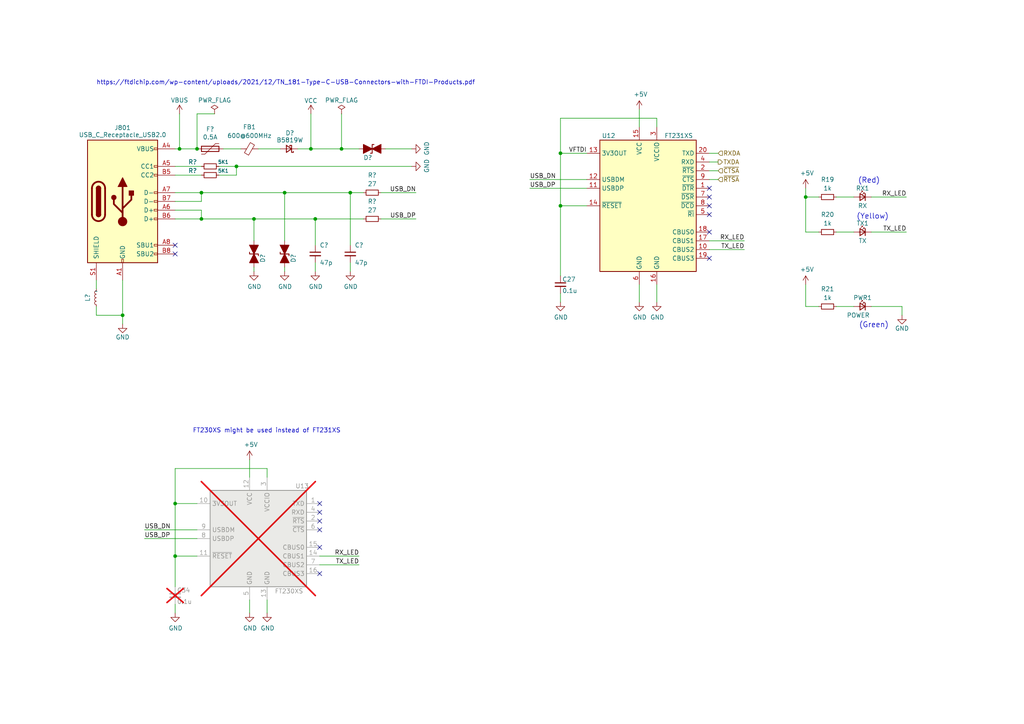
<source format=kicad_sch>
(kicad_sch (version 20230121) (generator eeschema)
  (paper "A4")
  (lib_symbols
    (symbol "+5V_1" (power) (pin_names (offset 0))
      (property "Value" "+5V_1" (at 0 3.556 0))
      (symbol "+5V_1_0_1"
        (polyline (pts (xy -0.762 1.27) (xy 0 2.54)))
        (polyline (pts (xy 0 0) (xy 0 2.54)))
        (polyline (pts (xy 0 2.54) (xy 0.762 1.27)))
      )
      (symbol "+5V_1_1_1"
        (pin power_in line (at 0 0 90) (length 0) hide (name "+5V") (number "1"))
      )
    )
    (symbol "Connector:USB_C_Receptacle_USB2.0" (pin_names (offset 1.016))
      (property "Reference" "J" (at -10.16 19.05 0))
      (property "Value" "USB_C_Receptacle_USB2.0" (at 19.05 19.05 0))
      (symbol "USB_C_Receptacle_USB2.0_0_0"
        (rectangle (start -0.254 -17.78) (end 0.254 -16.764))
        (rectangle (start 10.16 -14.986) (end 9.144 -15.494))
        (rectangle (start 10.16 -12.446) (end 9.144 -12.954))
        (rectangle (start 10.16 -4.826) (end 9.144 -5.334))
        (rectangle (start 10.16 -2.286) (end 9.144 -2.794))
        (rectangle (start 10.16 0.254) (end 9.144 -0.254))
        (rectangle (start 10.16 2.794) (end 9.144 2.286))
        (rectangle (start 10.16 7.874) (end 9.144 7.366))
        (rectangle (start 10.16 10.414) (end 9.144 9.906))
        (rectangle (start 10.16 15.494) (end 9.144 14.986))
      )
      (symbol "USB_C_Receptacle_USB2.0_0_1"
        (rectangle (start -10.16 17.78) (end 10.16 -17.78) (stroke (width 0.254)) (fill (type background)))
        (arc (start -8.89 -3.81) (mid -6.985 -5.7067) (end -5.08 -3.81) (stroke (width 0.508)))
        (arc (start -7.62 -3.81) (mid -6.985 -4.4423) (end -6.35 -3.81) (stroke (width 0.254)))
        (arc (start -7.62 -3.81) (mid -6.985 -4.4423) (end -6.35 -3.81) (stroke (width 0.254)) (fill (type outline)))
        (rectangle (start -7.62 -3.81) (end -6.35 3.81) (stroke (width 0.254)) (fill (type outline)))
        (arc (start -6.35 3.81) (mid -6.985 4.4423) (end -7.62 3.81) (stroke (width 0.254)))
        (arc (start -6.35 3.81) (mid -6.985 4.4423) (end -7.62 3.81) (stroke (width 0.254)) (fill (type outline)))
        (arc (start -5.08 3.81) (mid -6.985 5.7067) (end -8.89 3.81) (stroke (width 0.508)))
        (circle (center -2.54 1.143) (radius 0.635) (stroke (width 0.254)) (fill (type outline)))
        (circle (center 0 -5.842) (radius 1.27) (fill (type outline)))
        (polyline (pts (xy -8.89 -3.81) (xy -8.89 3.81)) (stroke (width 0.508)))
        (polyline (pts (xy -5.08 3.81) (xy -5.08 -3.81)) (stroke (width 0.508)))
        (polyline (pts (xy 0 -5.842) (xy 0 4.318)) (stroke (width 0.508)))
        (polyline (pts (xy 0 -3.302) (xy -2.54 -0.762) (xy -2.54 0.508)) (stroke (width 0.508)))
        (polyline (pts (xy 0 -2.032) (xy 2.54 0.508) (xy 2.54 1.778)) (stroke (width 0.508)))
        (polyline (pts (xy -1.27 4.318) (xy 0 6.858) (xy 1.27 4.318) (xy -1.27 4.318)) (stroke (width 0.254)) (fill (type outline)))
        (rectangle (start 1.905 1.778) (end 3.175 3.048) (stroke (width 0.254)) (fill (type outline)))
      )
      (symbol "USB_C_Receptacle_USB2.0_1_1"
        (pin passive line (at 0 -22.86 90) (length 5.08) (name "GND") (number "A1"))
        (pin passive line (at 0 -22.86 90) (length 5.08) hide (name "GND") (number "A12"))
        (pin passive line (at 15.24 15.24 180) (length 5.08) (name "VBUS") (number "A4"))
        (pin bidirectional line (at 15.24 10.16 180) (length 5.08) (name "CC1") (number "A5"))
        (pin bidirectional line (at 15.24 -2.54 180) (length 5.08) (name "D+") (number "A6"))
        (pin bidirectional line (at 15.24 2.54 180) (length 5.08) (name "D-") (number "A7"))
        (pin bidirectional line (at 15.24 -12.7 180) (length 5.08) (name "SBU1") (number "A8"))
        (pin passive line (at 15.24 15.24 180) (length 5.08) hide (name "VBUS") (number "A9"))
        (pin passive line (at 0 -22.86 90) (length 5.08) hide (name "GND") (number "B1"))
        (pin passive line (at 0 -22.86 90) (length 5.08) hide (name "GND") (number "B12"))
        (pin passive line (at 15.24 15.24 180) (length 5.08) hide (name "VBUS") (number "B4"))
        (pin bidirectional line (at 15.24 7.62 180) (length 5.08) (name "CC2") (number "B5"))
        (pin bidirectional line (at 15.24 -5.08 180) (length 5.08) (name "D+") (number "B6"))
        (pin bidirectional line (at 15.24 0 180) (length 5.08) (name "D-") (number "B7"))
        (pin bidirectional line (at 15.24 -15.24 180) (length 5.08) (name "SBU2") (number "B8"))
        (pin passive line (at 15.24 15.24 180) (length 5.08) hide (name "VBUS") (number "B9"))
        (pin passive line (at -7.62 -22.86 90) (length 5.08) (name "SHIELD") (number "S1"))
      )
    )
    (symbol "Device:C_Small" (pin_numbers hide) (pin_names (offset 0.254) hide)
      (property "Reference" "C" (at 0.254 1.778 0))
      (property "Value" "C_Small" (at 0.254 -2.032 0))
      (symbol "C_Small_0_1"
        (polyline (pts (xy -1.524 -0.508) (xy 1.524 -0.508)) (stroke (width 0.3302)))
        (polyline (pts (xy -1.524 0.508) (xy 1.524 0.508)) (stroke (width 0.3048)))
      )
      (symbol "C_Small_1_1"
        (pin passive line (at 0 2.54 270) (length 2.032) (name "~") (number "1"))
        (pin passive line (at 0 -2.54 90) (length 2.032) (name "~") (number "2"))
      )
    )
    (symbol "Device:D_Schottky_Small" (pin_numbers hide) (pin_names (offset 0.254) hide)
      (property "Reference" "D" (at -1.27 2.032 0))
      (property "Value" "D_Schottky_Small" (at -7.112 -2.032 0))
      (symbol "D_Schottky_Small_0_1"
        (polyline (pts (xy -0.762 0) (xy 0.762 0)))
        (polyline (pts (xy 0.762 -1.016) (xy -0.762 0) (xy 0.762 1.016) (xy 0.762 -1.016)) (stroke (width 0.254)))
        (polyline (pts (xy -1.27 0.762) (xy -1.27 1.016) (xy -0.762 1.016) (xy -0.762 -1.016) (xy -0.254 -1.016) (xy -0.254 -0.762)) (stroke (width 0.254)))
      )
      (symbol "D_Schottky_Small_1_1"
        (pin passive line (at -2.54 0 0) (length 1.778) (name "K") (number "1"))
        (pin passive line (at 2.54 0 180) (length 1.778) (name "A") (number "2"))
      )
    )
    (symbol "Device:D_TVS_Filled" (pin_numbers hide) (pin_names (offset 1.016) hide)
      (property "Reference" "D" (at 0 2.54 0))
      (property "Value" "D_TVS_Filled" (at 0 -2.54 0))
      (symbol "D_TVS_Filled_0_1"
        (polyline (pts (xy 1.27 0) (xy -1.27 0)))
        (polyline (pts (xy -2.54 -1.27) (xy 0 0) (xy -2.54 1.27) (xy -2.54 -1.27)) (stroke (width 0.254)) (fill (type outline)))
        (polyline (pts (xy 0.508 1.27) (xy 0 1.27) (xy 0 -1.27) (xy -0.508 -1.27)) (stroke (width 0.254)))
        (polyline (pts (xy 2.54 1.27) (xy 2.54 -1.27) (xy 0 0) (xy 2.54 1.27)) (stroke (width 0.254)) (fill (type outline)))
      )
      (symbol "D_TVS_Filled_1_1"
        (pin passive line (at -3.81 0 0) (length 2.54) (name "A1") (number "1"))
        (pin passive line (at 3.81 0 180) (length 2.54) (name "A2") (number "2"))
      )
    )
    (symbol "Device:FerriteBead_Small" (pin_numbers hide) (pin_names (offset 0))
      (property "Reference" "FB" (at 1.905 1.27 0))
      (property "Value" "FerriteBead_Small" (at 1.905 -1.27 0))
      (symbol "FerriteBead_Small_0_1"
        (polyline (pts (xy 0 -1.27) (xy 0 -0.7874)))
        (polyline (pts (xy 0 0.889) (xy 0 1.2954)))
        (polyline (pts (xy -1.8288 0.2794) (xy -1.1176 1.4986) (xy 1.8288 -0.2032) (xy 1.1176 -1.4224) (xy -1.8288 0.2794)))
      )
      (symbol "FerriteBead_Small_1_1"
        (pin passive line (at 0 2.54 270) (length 1.27) (name "~") (number "1"))
        (pin passive line (at 0 -2.54 90) (length 1.27) (name "~") (number "2"))
      )
    )
    (symbol "Device:LED_Small" (pin_numbers hide) (pin_names (offset 0.254) hide)
      (property "Reference" "D" (at -1.27 3.175 0))
      (property "Value" "LED_Small" (at -4.445 -2.54 0))
      (symbol "LED_Small_0_1"
        (polyline (pts (xy -0.762 -1.016) (xy -0.762 1.016)) (stroke (width 0.254)))
        (polyline (pts (xy 1.016 0) (xy -0.762 0)))
        (polyline (pts (xy 0.762 -1.016) (xy -0.762 0) (xy 0.762 1.016) (xy 0.762 -1.016)) (stroke (width 0.254)))
        (polyline (pts (xy 0 0.762) (xy -0.508 1.27) (xy -0.254 1.27) (xy -0.508 1.27) (xy -0.508 1.016)))
        (polyline (pts (xy 0.508 1.27) (xy 0 1.778) (xy 0.254 1.778) (xy 0 1.778) (xy 0 1.524)))
      )
      (symbol "LED_Small_1_1"
        (pin passive line (at -2.54 0 0) (length 1.778) (name "K") (number "1"))
        (pin passive line (at 2.54 0 180) (length 1.778) (name "A") (number "2"))
      )
    )
    (symbol "Device:L_Small" (pin_numbers hide) (pin_names (offset 0.254) hide)
      (property "Reference" "L" (at 0.762 1.016 0))
      (property "Value" "L_Small" (at 0.762 -1.016 0))
      (symbol "L_Small_0_1"
        (arc (start 0 -2.032) (mid 0.5058 -1.524) (end 0 -1.016))
        (arc (start 0 -1.016) (mid 0.5058 -0.508) (end 0 0))
        (arc (start 0 0) (mid 0.5058 0.508) (end 0 1.016))
        (arc (start 0 1.016) (mid 0.5058 1.524) (end 0 2.032))
      )
      (symbol "L_Small_1_1"
        (pin passive line (at 0 2.54 270) (length 0.508) (name "~") (number "1"))
        (pin passive line (at 0 -2.54 90) (length 0.508) (name "~") (number "2"))
      )
    )
    (symbol "Device:Polyfuse" (pin_numbers hide) (pin_names (offset 0))
      (property "Reference" "F" (at -2.54 0 90))
      (property "Value" "Polyfuse" (at 2.54 0 90))
      (symbol "Polyfuse_0_1"
        (rectangle (start -0.762 2.54) (end 0.762 -2.54) (stroke (width 0.254)))
        (polyline (pts (xy 0 2.54) (xy 0 -2.54)))
        (polyline (pts (xy -1.524 2.54) (xy -1.524 1.524) (xy 1.524 -1.524) (xy 1.524 -2.54)))
      )
      (symbol "Polyfuse_1_1"
        (pin passive line (at 0 3.81 270) (length 1.27) (name "~") (number "1"))
        (pin passive line (at 0 -3.81 90) (length 1.27) (name "~") (number "2"))
      )
    )
    (symbol "Device:R_Small" (pin_numbers hide) (pin_names (offset 0.254) hide)
      (property "Reference" "R" (at 0.762 0.508 0))
      (property "Value" "R_Small" (at 0.762 -1.016 0))
      (symbol "R_Small_0_1"
        (rectangle (start -0.762 1.778) (end 0.762 -1.778) (stroke (width 0.2032)))
      )
      (symbol "R_Small_1_1"
        (pin passive line (at 0 2.54 270) (length 0.762) (name "~") (number "1"))
        (pin passive line (at 0 -2.54 90) (length 0.762) (name "~") (number "2"))
      )
    )
    (symbol "Interface_USB:FT230XS"
      (property "Reference" "U" (at -13.97 15.24 0))
      (property "Value" "FT230XS" (at 7.62 15.24 0))
      (symbol "FT230XS_0_1"
        (rectangle (start -13.97 13.97) (end 13.97 -13.97) (stroke (width 0.254)) (fill (type background)))
      )
      (symbol "FT230XS_1_1"
        (pin output line (at 17.78 10.16 180) (length 3.81) (name "TXD") (number "1"))
        (pin power_out line (at -17.78 10.16 0) (length 3.81) (name "3V3OUT") (number "10"))
        (pin input line (at -17.78 -5.08 0) (length 3.81) (name "~{RESET}") (number "11"))
        (pin power_in line (at -2.54 17.78 270) (length 3.81) (name "VCC") (number "12"))
        (pin power_in line (at 2.54 -17.78 90) (length 3.81) (name "GND") (number "13"))
        (pin bidirectional line (at 17.78 -5.08 180) (length 3.81) (name "CBUS1") (number "14"))
        (pin bidirectional line (at 17.78 -2.54 180) (length 3.81) (name "CBUS0") (number "15"))
        (pin bidirectional line (at 17.78 -10.16 180) (length 3.81) (name "CBUS3") (number "16"))
        (pin output line (at 17.78 5.08 180) (length 3.81) (name "~{RTS}") (number "2"))
        (pin power_in line (at 2.54 17.78 270) (length 3.81) (name "VCCIO") (number "3"))
        (pin input line (at 17.78 7.62 180) (length 3.81) (name "RXD") (number "4"))
        (pin power_in line (at -2.54 -17.78 90) (length 3.81) (name "GND") (number "5"))
        (pin input line (at 17.78 2.54 180) (length 3.81) (name "~{CTS}") (number "6"))
        (pin bidirectional line (at 17.78 -7.62 180) (length 3.81) (name "CBUS2") (number "7"))
        (pin bidirectional line (at -17.78 0 0) (length 3.81) (name "USBDP") (number "8"))
        (pin bidirectional line (at -17.78 2.54 0) (length 3.81) (name "USBDM") (number "9"))
      )
    )
    (symbol "Interface_USB:FT231XS"
      (property "Reference" "U" (at -13.97 20.32 0))
      (property "Value" "FT231XS" (at 7.62 20.32 0))
      (symbol "FT231XS_0_1"
        (rectangle (start -13.97 19.05) (end 13.97 -19.05) (stroke (width 0.254)) (fill (type background)))
      )
      (symbol "FT231XS_1_1"
        (pin output line (at 17.78 5.08 180) (length 3.81) (name "~{DTR}") (number "1"))
        (pin bidirectional line (at 17.78 -12.7 180) (length 3.81) (name "CBUS2") (number "10"))
        (pin bidirectional line (at -17.78 5.08 0) (length 3.81) (name "USBDP") (number "11"))
        (pin bidirectional line (at -17.78 7.62 0) (length 3.81) (name "USBDM") (number "12"))
        (pin power_out line (at -17.78 15.24 0) (length 3.81) (name "3V3OUT") (number "13"))
        (pin input line (at -17.78 0 0) (length 3.81) (name "~{RESET}") (number "14"))
        (pin power_in line (at -2.54 22.86 270) (length 3.81) (name "VCC") (number "15"))
        (pin power_in line (at 2.54 -22.86 90) (length 3.81) (name "GND") (number "16"))
        (pin bidirectional line (at 17.78 -10.16 180) (length 3.81) (name "CBUS1") (number "17"))
        (pin bidirectional line (at 17.78 -7.62 180) (length 3.81) (name "CBUS0") (number "18"))
        (pin bidirectional line (at 17.78 -15.24 180) (length 3.81) (name "CBUS3") (number "19"))
        (pin output line (at 17.78 10.16 180) (length 3.81) (name "~{RTS}") (number "2"))
        (pin output line (at 17.78 15.24 180) (length 3.81) (name "TXD") (number "20"))
        (pin power_in line (at 2.54 22.86 270) (length 3.81) (name "VCCIO") (number "3"))
        (pin input line (at 17.78 12.7 180) (length 3.81) (name "RXD") (number "4"))
        (pin input line (at 17.78 -2.54 180) (length 3.81) (name "~{RI}") (number "5"))
        (pin power_in line (at -2.54 -22.86 90) (length 3.81) (name "GND") (number "6"))
        (pin input line (at 17.78 2.54 180) (length 3.81) (name "~{DSR}") (number "7"))
        (pin input line (at 17.78 0 180) (length 3.81) (name "~{DCD}") (number "8"))
        (pin input line (at 17.78 7.62 180) (length 3.81) (name "~{CTS}") (number "9"))
      )
    )
    (symbol "power:GND" (power) (pin_names (offset 0))
      (property "Value" "GND" (at 0 -3.81 0))
      (symbol "GND_0_1"
        (polyline (pts (xy 0 0) (xy 0 -1.27) (xy 1.27 -1.27) (xy 0 -2.54) (xy -1.27 -1.27) (xy 0 -1.27)))
      )
      (symbol "GND_1_1"
        (pin power_in line (at 0 0 270) (length 0) hide (name "GND") (number "1"))
      )
    )
    (symbol "power:PWR_FLAG" (power) (pin_numbers hide) (pin_names (offset 0) hide)
      (property "Value" "PWR_FLAG" (at 0 3.81 0))
      (symbol "PWR_FLAG_0_0"
        (pin power_out line (at 0 0 90) (length 0) (name "pwr") (number "1"))
      )
      (symbol "PWR_FLAG_0_1"
        (polyline (pts (xy 0 0) (xy 0 1.27) (xy -1.016 1.905) (xy 0 2.54) (xy 1.016 1.905) (xy 0 1.27)))
      )
    )
    (symbol "power:VBUS" (power) (pin_names (offset 0))
      (property "Value" "VBUS" (at 0 3.81 0))
      (symbol "VBUS_0_1"
        (polyline (pts (xy -0.762 1.27) (xy 0 2.54)))
        (polyline (pts (xy 0 0) (xy 0 2.54)))
        (polyline (pts (xy 0 2.54) (xy 0.762 1.27)))
      )
      (symbol "VBUS_1_1"
        (pin power_in line (at 0 0 90) (length 0) hide (name "VBUS") (number "1"))
      )
    )
    (symbol "power:VCC" (power) (pin_names (offset 0))
      (property "Value" "VCC" (at 0 3.81 0))
      (symbol "VCC_0_1"
        (polyline (pts (xy -0.762 1.27) (xy 0 2.54)))
        (polyline (pts (xy 0 0) (xy 0 2.54)))
        (polyline (pts (xy 0 2.54) (xy 0.762 1.27)))
      )
      (symbol "VCC_1_1"
        (pin power_in line (at 0 0 90) (length 0) hide (name "VCC") (number "1"))
      )
    )
  )
  (junction (at 162.56 44.45))
  (junction (at 58.42 55.88))
  (junction (at 58.42 63.5))
  (junction (at 50.8 161.29))
  (junction (at 73.66 63.5))
  (junction (at 101.6 55.88))
  (junction (at 90.17 43.18))
  (junction (at 50.8 146.05))
  (junction (at 82.55 55.88))
  (junction (at 162.56 59.69))
  (junction (at 52.07 43.18))
  (junction (at 68.58 48.26))
  (junction (at 233.68 57.15))
  (junction (at 35.56 91.44))
  (junction (at 57.15 43.18))
  (junction (at 99.06 43.18))
  (junction (at 91.44 63.5))
  (no_connect (at 205.74 62.23))
  (no_connect (at 205.74 54.61))
  (no_connect (at 205.74 74.93))
  (no_connect (at 92.71 146.05))
  (no_connect (at 92.71 148.59))
  (no_connect (at 50.8 73.66))
  (no_connect (at 205.74 59.69))
  (no_connect (at 205.74 67.31))
  (no_connect (at 92.71 153.67))
  (no_connect (at 92.71 151.13))
  (no_connect (at 92.71 158.75))
  (no_connect (at 92.71 166.37))
  (no_connect (at 50.8 71.12))
  (no_connect (at 205.74 57.15))
  (wire (pts (xy 215.9 69.85) (xy 205.74 69.85)))
  (wire (pts (xy 215.9 72.39) (xy 205.74 72.39)))
  (wire (pts (xy 242.57 57.15) (xy 247.65 57.15)))
  (wire (pts (xy 205.74 46.99) (xy 208.28 46.99)))
  (wire (pts (xy 82.55 55.88) (xy 82.55 69.85)))
  (wire (pts (xy 82.55 55.88) (xy 101.6 55.88)))
  (wire (pts (xy 252.73 88.9) (xy 261.62 88.9)))
  (wire (pts (xy 205.74 52.07) (xy 208.28 52.07)))
  (wire (pts (xy 52.07 43.18) (xy 57.15 43.18)))
  (wire (pts (xy 82.55 77.47) (xy 82.55 78.74)))
  (wire (pts (xy 27.94 81.28) (xy 27.94 83.82)))
  (wire (pts (xy 57.15 33.02) (xy 62.23 33.02)))
  (wire (pts (xy 50.8 60.96) (xy 58.42 60.96)))
  (wire (pts (xy 27.94 88.9) (xy 27.94 91.44)))
  (wire (pts (xy 50.8 63.5) (xy 58.42 63.5)))
  (wire (pts (xy 162.56 59.69) (xy 162.56 80.01)))
  (wire (pts (xy 162.56 44.45) (xy 162.56 59.69)))
  (wire (pts (xy 233.68 57.15) (xy 233.68 67.31)))
  (wire (pts (xy 50.8 146.05) (xy 50.8 161.29)))
  (wire (pts (xy 50.8 161.29) (xy 57.15 161.29)))
  (wire (pts (xy 162.56 59.69) (xy 170.18 59.69)))
  (wire (pts (xy 101.6 55.88) (xy 101.6 71.12)))
  (wire (pts (xy 233.68 67.31) (xy 237.49 67.31)))
  (wire (pts (xy 92.71 163.83) (xy 104.14 163.83)))
  (wire (pts (xy 190.5 36.83) (xy 190.5 34.29)))
  (wire (pts (xy 91.44 76.2) (xy 91.44 78.74)))
  (wire (pts (xy 50.8 135.89) (xy 77.47 135.89)))
  (wire (pts (xy 72.39 133.35) (xy 72.39 138.43)))
  (wire (pts (xy 50.8 43.18) (xy 52.07 43.18)))
  (wire (pts (xy 27.94 91.44) (xy 35.56 91.44)))
  (wire (pts (xy 205.74 44.45) (xy 208.28 44.45)))
  (wire (pts (xy 72.39 173.99) (xy 72.39 177.8)))
  (wire (pts (xy 73.66 77.47) (xy 73.66 78.74)))
  (wire (pts (xy 68.58 48.26) (xy 68.58 50.8)))
  (wire (pts (xy 162.56 34.29) (xy 162.56 44.45)))
  (wire (pts (xy 92.71 161.29) (xy 104.14 161.29)))
  (wire (pts (xy 58.42 55.88) (xy 58.42 58.42)))
  (wire (pts (xy 91.44 63.5) (xy 91.44 71.12)))
  (wire (pts (xy 153.67 54.61) (xy 170.18 54.61)))
  (wire (pts (xy 52.07 33.02) (xy 52.07 43.18)))
  (wire (pts (xy 153.67 52.07) (xy 170.18 52.07)))
  (wire (pts (xy 73.66 63.5) (xy 73.66 69.85)))
  (wire (pts (xy 50.8 161.29) (xy 50.8 170.18)))
  (wire (pts (xy 74.93 43.18) (xy 81.28 43.18)))
  (wire (pts (xy 252.73 67.31) (xy 262.89 67.31)))
  (wire (pts (xy 185.42 36.83) (xy 185.42 31.75)))
  (wire (pts (xy 252.73 57.15) (xy 262.89 57.15)))
  (wire (pts (xy 50.8 135.89) (xy 50.8 146.05)))
  (wire (pts (xy 50.8 177.8) (xy 50.8 175.26)))
  (wire (pts (xy 233.68 82.55) (xy 233.68 88.9)))
  (wire (pts (xy 50.8 48.26) (xy 58.42 48.26)))
  (wire (pts (xy 90.17 43.18) (xy 99.06 43.18)))
  (wire (pts (xy 63.5 50.8) (xy 68.58 50.8)))
  (wire (pts (xy 185.42 82.55) (xy 185.42 87.63)))
  (wire (pts (xy 162.56 85.09) (xy 162.56 87.63)))
  (wire (pts (xy 58.42 58.42) (xy 50.8 58.42)))
  (wire (pts (xy 261.62 88.9) (xy 261.62 91.44)))
  (wire (pts (xy 35.56 81.28) (xy 35.56 91.44)))
  (wire (pts (xy 170.18 44.45) (xy 162.56 44.45)))
  (wire (pts (xy 41.91 153.67) (xy 57.15 153.67)))
  (wire (pts (xy 90.17 33.02) (xy 90.17 43.18)))
  (wire (pts (xy 63.5 48.26) (xy 68.58 48.26)))
  (wire (pts (xy 50.8 146.05) (xy 57.15 146.05)))
  (wire (pts (xy 68.58 48.26) (xy 119.38 48.26)))
  (wire (pts (xy 77.47 135.89) (xy 77.47 138.43)))
  (wire (pts (xy 91.44 63.5) (xy 105.41 63.5)))
  (wire (pts (xy 58.42 55.88) (xy 82.55 55.88)))
  (wire (pts (xy 101.6 55.88) (xy 105.41 55.88)))
  (wire (pts (xy 50.8 50.8) (xy 58.42 50.8)))
  (wire (pts (xy 205.74 49.53) (xy 208.28 49.53)))
  (wire (pts (xy 77.47 173.99) (xy 77.47 177.8)))
  (wire (pts (xy 35.56 93.98) (xy 35.56 91.44)))
  (wire (pts (xy 86.36 43.18) (xy 90.17 43.18)))
  (wire (pts (xy 101.6 76.2) (xy 101.6 78.74)))
  (wire (pts (xy 50.8 55.88) (xy 58.42 55.88)))
  (wire (pts (xy 233.68 57.15) (xy 237.49 57.15)))
  (wire (pts (xy 58.42 63.5) (xy 73.66 63.5)))
  (wire (pts (xy 41.91 156.21) (xy 57.15 156.21)))
  (wire (pts (xy 111.76 43.18) (xy 119.38 43.18)))
  (wire (pts (xy 99.06 33.02) (xy 99.06 43.18)))
  (wire (pts (xy 190.5 34.29) (xy 162.56 34.29)))
  (wire (pts (xy 57.15 43.18) (xy 57.15 33.02)))
  (wire (pts (xy 73.66 63.5) (xy 91.44 63.5)))
  (wire (pts (xy 110.49 63.5) (xy 120.65 63.5)))
  (wire (pts (xy 64.77 43.18) (xy 69.85 43.18)))
  (wire (pts (xy 58.42 60.96) (xy 58.42 63.5)))
  (wire (pts (xy 99.06 43.18) (xy 104.14 43.18)))
  (wire (pts (xy 190.5 82.55) (xy 190.5 87.63)))
  (wire (pts (xy 242.57 67.31) (xy 247.65 67.31)))
  (wire (pts (xy 233.68 88.9) (xy 237.49 88.9)))
  (wire (pts (xy 242.57 88.9) (xy 247.65 88.9)))
  (wire (pts (xy 110.49 55.88) (xy 120.65 55.88)))
  (wire (pts (xy 233.68 54.61) (xy 233.68 57.15)))
  (text "(Yellow)" (at 257.81 63.754 0) (effects (font (size 1.524 1.524)) (justify right bottom)))
  (text "FT230XS might be used instead of FT231XS" (at 55.88 125.73 0) (effects (font (size 1.27 1.27)) (justify left bottom)))
  (text "(Green)" (at 257.81 95.25 0) (effects (font (size 1.524 1.524)) (justify right bottom)))
  (text "(Red)" (at 255.27 53.34 0) (effects (font (size 1.524 1.524)) (justify right bottom)))
  (text "https://ftdichip.com/wp-content/uploads/2021/12/TN_181-Type-C-USB-Connectors-with-FTDI-Products.pdf" (at 27.94 24.765 0) (effects (font (size 1.27 1.27)) (justify left bottom)))
  (label "VFTDI" (at 170.18 44.45 180))
  (label "USB_DP" (at 120.65 63.5 180))
  (label "RX_LED" (at 262.89 57.15 180))
  (label "RX_LED" (at 104.14 161.29 180))
  (label "TX_LED" (at 104.14 163.83 180))
  (label "TX_LED" (at 215.9 72.39 180))
  (label "TX_LED" (at 262.89 67.31 180))
  (label "USB_DP" (at 41.91 156.21 0))
  (label "USB_DN" (at 120.65 55.88 180))
  (label "USB_DP" (at 153.67 54.61 0))
  (label "USB_DN" (at 153.67 52.07 0))
  (label "RX_LED" (at 215.9 69.85 180))
  (label "USB_DN" (at 41.91 153.67 0))
  (hierarchical_label "TXDA" (shape output) (at 208.28 46.99 0))
  (hierarchical_label "~{CTSA}" (shape input) (at 208.28 49.53 0))
  (hierarchical_label "RXDA" (shape input) (at 208.28 44.45 0))
  (hierarchical_label "~{RTSA}" (shape input) (at 208.28 52.07 0))
  (symbol (lib_id "power:PWR_FLAG") (at 62.23 33.02 0) (unit 1)
    (property "Reference" "#FLG0802" (effects hide))
    (property "Value" "PWR_FLAG" (at 62.23 29.075 0))
  )
  (symbol (lib_id "Device:D_TVS_Filled") (at 107.95 43.18 180) (unit 1)
    (property "Reference" "D?" (at 105.41 45.72 0) (effects (justify right)))
    (property "Value" "0402ESDA-05N" (effects hide))
    (property "Footprint" "Diode_SMD:D_0402_1005Metric" (effects hide))
    (property "Datasheet" "https://datasheet.lcsc.com/lcsc/2304140030_BORN-0402ESDA-05N_C316049.pdf" (effects hide))
    (instances (project "14-z80-flash" (path "" (reference "D?") (unit 1)) (path "" (reference "D804") (unit 1))))
  )
  (symbol (lib_id "Device:D_TVS_Filled") (at 73.66 73.66 270) (unit 1)
    (property "Reference" "D?" (at 76.2 76.2 0) (effects (justify right)))
    (property "Value" "0402ESDA-05N" (effects hide))
    (property "Footprint" "Diode_SMD:D_0402_1005Metric" (effects hide))
    (property "Datasheet" "https://datasheet.lcsc.com/lcsc/2304140030_BORN-0402ESDA-05N_C316049.pdf" (effects hide))
    (instances (project "14-z80-flash" (path "" (reference "D?") (unit 1)) (path "" (reference "D801") (unit 1))))
  )
  (symbol (lib_name "+5V_1") (lib_id "power:+5V") (at 72.39 133.35 0) (unit 1)
    (property "Reference" "#PWR0103" (effects hide))
    (property "Value" "+5V" (at 72.771 128.9558 0))
    (instances (project "14-z80-flash" (path "" (reference "#PWR0103") (unit 1)) (path "" (reference "#PWR0808") (unit 1))) (project "reDIP-SID" (path "" (reference "#PWR06") (unit 1))))
  )
  (symbol (lib_id "power:GND") (at 77.47 177.8 0) (unit 1)
    (property "Reference" "#PWR056" (effects hide))
    (property "Value" "GND" (at 77.597 182.1942 0))
    (instances (project "14-z80-flash" (path "" (reference "#PWR056") (unit 1)) (path "" (reference "#PWR036") (unit 1))))
  )
  (symbol (lib_id "power:VBUS") (at 52.07 33.02 0) (unit 1)
    (property "Reference" "#PWR0803" (effects hide))
    (property "Value" "VBUS" (at 52.07 29.075 0))
  )
  (symbol (lib_id "power:GND") (at 261.62 91.44 0) (mirror y) (unit 1)
    (property "Reference" "#PWR061" (effects hide))
    (property "Value" "GND" (at 261.62 95.25 0))
    (instances (project "14-z80-flash" (path "" (reference "#PWR061") (unit 1)) (path "" (reference "#PWR0804") (unit 1))))
  )
  (symbol (lib_id "Device:LED_Small") (at 250.19 67.31 0) (mirror y) (unit 1)
    (property "Reference" "TX1" (at 250.19 64.77 0))
    (property "Value" "TX" (at 250.19 69.85 0))
    (property "Footprint" "LED_SMD:LED_0805_2012Metric_Pad1.15x1.40mm_HandSolder" (effects hide))
    (instances (project "14-z80-flash" (path "" (reference "TX1") (unit 1)) (path "" (reference "TX801") (unit 1))))
  )
  (symbol (lib_id "Device:R_Small") (at 240.03 57.15 90) (mirror x) (unit 1)
    (property "Reference" "R19" (at 240.03 52.07 90))
    (property "Value" "1k" (at 240.03 54.61 90))
    (property "Footprint" "Resistor_SMD:R_0603_1608Metric_Pad0.98x0.95mm_HandSolder" (effects hide))
    (instances (project "14-z80-flash" (path "" (reference "R19") (unit 1)) (path "" (reference "R805") (unit 1))))
  )
  (symbol (lib_id "Device:D_Schottky_Small") (at 83.82 43.18 180) (unit 1)
    (property "Reference" "D?" (at 84.074 38.584 0))
    (property "Value" "B5819W" (at 84.074 40.632 0))
    (property "Footprint" "Diode_SMD:D_MiniMELF" (effects hide))
    (instances (project "14-z80-flash" (path "" (reference "D?") (unit 1)) (path "" (reference "D802") (unit 1))))
  )
  (symbol (lib_id "Device:D_TVS_Filled") (at 82.55 73.66 270) (unit 1)
    (property "Reference" "D?" (at 85.09 76.2 0) (effects (justify right)))
    (property "Value" "0402ESDA-05N" (effects hide))
    (property "Footprint" "Diode_SMD:D_0402_1005Metric" (effects hide))
    (property "Datasheet" "https://datasheet.lcsc.com/lcsc/2304140030_BORN-0402ESDA-05N_C316049.pdf" (effects hide))
    (instances (project "14-z80-flash" (path "" (reference "D?") (unit 1)) (path "" (reference "D803") (unit 1))))
  )
  (symbol (lib_id "power:GND") (at 185.42 87.63 0) (unit 1)
    (property "Reference" "#PWR066" (effects hide))
    (property "Value" "GND" (at 185.547 92.0242 0))
    (instances (project "14-z80-flash" (path "" (reference "#PWR066") (unit 1)) (path "" (reference "#PWR034") (unit 1))))
  )
  (symbol (lib_id "power:GND") (at 73.66 78.74 0) (unit 1)
    (property "Reference" "#PWR0245" (effects hide))
    (property "Value" "GND" (at 73.787 83.1342 0))
    (instances (project "14-z80-flash" (path "" (reference "#PWR0245") (unit 1)) (path "" (reference "#PWR059") (unit 1))))
  )
  (symbol (lib_id "power:GND") (at 101.6 78.74 0) (unit 1)
    (property "Reference" "#PWR0244" (effects hide))
    (property "Value" "GND" (at 101.727 83.1342 0))
    (instances (project "14-z80-flash" (path "" (reference "#PWR0244") (unit 1)) (path "" (reference "#PWR067") (unit 1))))
  )
  (symbol (lib_name "+5V_1") (lib_id "power:+5V") (at 233.68 54.61 0) (unit 1)
    (property "Reference" "#PWR0103" (effects hide))
    (property "Value" "+5V" (at 234.061 50.2158 0))
    (instances (project "14-z80-flash" (path "" (reference "#PWR0103") (unit 1)) (path "" (reference "#PWR0807") (unit 1))) (project "reDIP-SID" (path "" (reference "#PWR06") (unit 1))))
  )
  (symbol (lib_id "Device:LED_Small") (at 250.19 88.9 0) (mirror y) (unit 1)
    (property "Reference" "PWR1" (at 250.19 86.36 0))
    (property "Value" "POWER" (at 248.92 91.44 0))
    (property "Footprint" "LED_SMD:LED_0805_2012Metric_Pad1.15x1.40mm_HandSolder" (effects hide))
    (instances (project "14-z80-flash" (path "" (reference "PWR1") (unit 1)) (path "" (reference "D805") (unit 1))))
  )
  (symbol (lib_id "Device:R_Small") (at 240.03 67.31 90) (mirror x) (unit 1)
    (property "Reference" "R20" (at 240.03 62.23 90))
    (property "Value" "1k" (at 240.03 64.77 90))
    (property "Footprint" "Resistor_SMD:R_0603_1608Metric_Pad0.98x0.95mm_HandSolder" (effects hide))
    (instances (project "14-z80-flash" (path "" (reference "R20") (unit 1)) (path "" (reference "R806") (unit 1))))
  )
  (symbol (lib_id "power:GND") (at 91.44 78.74 0) (unit 1)
    (property "Reference" "#PWR0243" (effects hide))
    (property "Value" "GND" (at 91.567 83.1342 0))
    (instances (project "14-z80-flash" (path "" (reference "#PWR0243") (unit 1)) (path "" (reference "#PWR062") (unit 1))))
  )
  (symbol (lib_id "Device:FerriteBead_Small") (at 72.39 43.18 90) (unit 1)
    (property "Reference" "FB1" (at 72.3519 36.83 90))
    (property "Value" "600@600MHz" (at 72.3519 39.37 90))
    (property "Footprint" "Resistor_SMD:R_1210_3225Metric" (effects hide))
  )
  (symbol (lib_id "Device:R_Small") (at 107.95 63.5 270) (unit 1)
    (property "Reference" "R?" (at 107.95 58.42 90))
    (property "Value" "27" (at 107.95 60.96 90))
    (property "Footprint" "Resistor_SMD:R_0603_1608Metric" (effects hide))
    (instances (project "14-z80-flash" (path "" (reference "R?") (unit 1)) (path "" (reference "R804") (unit 1))))
  )
  (symbol (lib_id "power:GND") (at 190.5 87.63 0) (unit 1)
    (property "Reference" "#PWR067" (effects hide))
    (property "Value" "GND" (at 190.627 92.0242 0))
    (instances (project "14-z80-flash" (path "" (reference "#PWR067") (unit 1)) (path "" (reference "#PWR053") (unit 1))))
  )
  (symbol (lib_id "Interface_USB:FT230XS") (at 74.93 156.21 0) (unit 1) (in_bom no) (on_board no) (dnp yes)
    (property "Reference" "U13" (at 87.63 140.97 0))
    (property "Value" "FT230XS" (at 83.82 171.45 0))
    (property "Footprint" "Package_SO:SSOP-16_3.9x4.9mm_P0.635mm" (effects hide))
    (property "Datasheet" "https://www.ftdichip.com/Support/Documents/DataSheets/ICs/DS_FT230X.pdf" (effects hide))
    (instances (project "14-z80-flash" (path "" (reference "U13") (unit 1)) (path "" (reference "U801") (unit 1))))
  )
  (symbol (lib_id "power:GND") (at 119.38 48.26 90) (unit 1)
    (property "Reference" "#PWR0244" (effects hide))
    (property "Value" "GND" (at 123.7742 48.133 0))
    (instances (project "14-z80-flash" (path "" (reference "#PWR0244") (unit 1)) (path "" (reference "#PWR0802") (unit 1))))
  )
  (symbol (lib_id "power:GND") (at 119.38 43.18 90) (unit 1)
    (property "Reference" "#PWR0244" (effects hide))
    (property "Value" "GND" (at 123.7742 43.053 0))
    (instances (project "14-z80-flash" (path "" (reference "#PWR0244") (unit 1)) (path "" (reference "#PWR0801") (unit 1))))
  )
  (symbol (lib_id "power:GND") (at 72.39 177.8 0) (unit 1)
    (property "Reference" "#PWR055" (effects hide))
    (property "Value" "GND" (at 72.517 182.1942 0))
    (instances (project "14-z80-flash" (path "" (reference "#PWR055") (unit 1)) (path "" (reference "#PWR031") (unit 1))))
  )
  (symbol (lib_id "power:GND") (at 82.55 78.74 0) (unit 1)
    (property "Reference" "#PWR0246" (effects hide))
    (property "Value" "GND" (at 82.677 83.1342 0))
    (instances (project "14-z80-flash" (path "" (reference "#PWR0246") (unit 1)) (path "" (reference "#PWR060") (unit 1))))
  )
  (symbol (lib_id "Device:R_Small") (at 240.03 88.9 90) (mirror x) (unit 1)
    (property "Reference" "R21" (at 240.03 83.82 90))
    (property "Value" "1k" (at 240.03 86.36 90))
    (property "Footprint" "Resistor_SMD:R_0603_1608Metric_Pad0.98x0.95mm_HandSolder" (effects hide))
    (instances (project "14-z80-flash" (path "" (reference "R21") (unit 1)) (path "" (reference "R807") (unit 1))))
  )
  (symbol (lib_id "Device:L_Small") (at 27.94 86.36 180) (unit 1)
    (property "Reference" "L?" (at 25.4 86.36 90))
    (property "Value" "~" (at 27.94 84.455 0) (effects (font (size 1.016 1.016))))
    (property "Footprint" "Inductor_SMD:L_1008_2520Metric" (effects hide))
    (instances (project "14-z80-flash" (path "" (reference "L?") (unit 1)) (path "" (reference "L801") (unit 1))))
  )
  (symbol (lib_id "power:GND") (at 35.56 93.98 0) (mirror y) (unit 1)
    (property "Reference" "#PWR0242" (effects hide))
    (property "Value" "~" (at 35.56 97.79 0))
    (instances (project "14-z80-flash" (path "" (reference "#PWR0242") (unit 1)) (path "" (reference "#PWR055") (unit 1))))
  )
  (symbol (lib_id "Device:C_Small") (at 91.44 73.66 0) (unit 1)
    (property "Reference" "C?" (at 92.71 71.12 0) (effects (justify left)))
    (property "Value" "47p" (at 92.71 76.2 0) (effects (justify left)))
    (property "Footprint" "Capacitor_SMD:C_0603_1608Metric" (effects hide))
    (instances (project "14-z80-flash" (path "" (reference "C?") (unit 1)) (path "" (reference "C802") (unit 1))))
  )
  (symbol (lib_id "Device:C_Small") (at 50.8 172.72 0) (unit 1) (on_board no) (dnp yes)
    (property "Reference" "C34" (at 51.308 171.196 0) (effects (justify left)))
    (property "Value" "0.1u" (at 51.308 174.498 0) (effects (justify left)))
    (property "Footprint" "Capacitor_SMD:C_0805_2012Metric_Pad1.18x1.45mm_HandSolder" (effects hide))
    (instances (project "14-z80-flash" (path "" (reference "C34") (unit 1)) (path "" (reference "C801") (unit 1))))
  )
  (symbol (lib_id "power:GND") (at 162.56 87.63 0) (unit 1)
    (property "Reference" "#PWR036" (effects hide))
    (property "Value" "GND" (at 162.687 92.0242 0))
    (instances (project "14-z80-flash" (path "" (reference "#PWR036") (unit 1)) (path "" (reference "#PWR022") (unit 1))))
  )
  (symbol (lib_id "Device:Polyfuse") (at 60.96 43.18 270) (unit 1)
    (property "Reference" "F?" (at 60.96 37.465 90))
    (property "Value" "0.5A" (at 60.96 39.7764 90))
    (property "Footprint" "Fuse:Fuse_1812_4532Metric_Pad1.30x3.40mm_HandSolder" (effects hide))
    (instances (project "14-z80-flash" (path "" (reference "F?") (unit 1)) (path "" (reference "F801") (unit 1))))
  )
  (symbol (lib_id "Device:R_Small") (at 60.96 50.8 90) (unit 1)
    (property "Reference" "R?" (at 55.88 49.53 90))
    (property "Value" "5K1" (at 64.77 49.53 90) (effects (font (size 1.016 1.016))))
    (property "Footprint" "Resistor_SMD:R_0402_1005Metric_Pad0.72x0.64mm_HandSolder" (effects hide))
    (instances (project "14-z80-flash" (path "" (reference "R?") (unit 1)) (path "" (reference "R802") (unit 1))))
  )
  (symbol (lib_id "Device:LED_Small") (at 250.19 57.15 0) (mirror y) (unit 1)
    (property "Reference" "RX1" (at 250.19 54.61 0))
    (property "Value" "RX" (at 250.19 59.69 0))
    (property "Footprint" "LED_SMD:LED_0805_2012Metric_Pad1.15x1.40mm_HandSolder" (effects hide))
    (instances (project "14-z80-flash" (path "" (reference "RX1") (unit 1)) (path "" (reference "RX801") (unit 1))))
  )
  (symbol (lib_id "Connector:USB_C_Receptacle_USB2.0") (at 35.56 58.42 0) (unit 1)
    (property "Reference" "J801" (at 35.56 37.06 0))
    (property "Value" "USB_C_Receptacle_USB2.0" (at 35.56 39.108 0))
    (property "Footprint" "Connector_USB:USB_C_Receptacle_GCT_USB4105-xx-A_16P_TopMnt_Horizontal" (effects hide))
    (property "Datasheet" "https://www.usb.org/sites/default/files/documents/usb_type-c.zip" (effects hide))
  )
  (symbol (lib_id "power:GND") (at 50.8 177.8 0) (unit 1)
    (property "Reference" "#PWR053" (effects hide))
    (property "Value" "GND" (at 50.927 182.1942 0))
    (instances (project "14-z80-flash" (path "" (reference "#PWR053") (unit 1)) (path "" (reference "#PWR021") (unit 1))))
  )
  (symbol (lib_id "Device:C_Small") (at 162.56 82.55 0) (unit 1)
    (property "Reference" "C27" (at 163.068 81.026 0) (effects (justify left)))
    (property "Value" "0.1u" (at 163.068 84.328 0) (effects (justify left)))
    (property "Footprint" "Capacitor_SMD:C_0805_2012Metric_Pad1.18x1.45mm_HandSolder" (effects hide))
    (instances (project "14-z80-flash" (path "" (reference "C27") (unit 1)) (path "" (reference "C804") (unit 1))))
  )
  (symbol (lib_id "Device:R_Small") (at 107.95 55.88 270) (unit 1)
    (property "Reference" "R?" (at 107.95 50.8 90))
    (property "Value" "27" (at 107.95 53.34 90))
    (property "Footprint" "Resistor_SMD:R_0603_1608Metric" (effects hide))
    (instances (project "14-z80-flash" (path "" (reference "R?") (unit 1)) (path "" (reference "R803") (unit 1))))
  )
  (symbol (lib_name "+5V_1") (lib_id "power:+5V") (at 233.68 82.55 0) (unit 1)
    (property "Reference" "#PWR0103" (effects hide))
    (property "Value" "+5V" (at 234.061 78.1558 0))
    (instances (project "14-z80-flash" (path "" (reference "#PWR0103") (unit 1)) (path "" (reference "#PWR08") (unit 1))) (project "reDIP-SID" (path "" (reference "#PWR06") (unit 1))))
  )
  (symbol (lib_id "Device:R_Small") (at 60.96 48.26 90) (unit 1)
    (property "Reference" "R?" (at 55.88 46.99 90))
    (property "Value" "5K1" (at 64.77 46.99 90) (effects (font (size 1.016 1.016))))
    (property "Footprint" "Resistor_SMD:R_0402_1005Metric_Pad0.72x0.64mm_HandSolder" (effects hide))
    (instances (project "14-z80-flash" (path "" (reference "R?") (unit 1)) (path "" (reference "R801") (unit 1))))
  )
  (symbol (lib_name "+5V_1") (lib_id "power:+5V") (at 185.42 31.75 0) (unit 1)
    (property "Reference" "#PWR0103" (effects hide))
    (property "Value" "+5V" (at 185.801 27.3558 0))
    (instances (project "14-z80-flash" (path "" (reference "#PWR0103") (unit 1)) (path "" (reference "#PWR0806") (unit 1))) (project "reDIP-SID" (path "" (reference "#PWR06") (unit 1))))
  )
  (symbol (lib_id "Interface_USB:FT231XS") (at 187.96 59.69 0) (unit 1)
    (property "Reference" "U12" (at 176.53 39.37 0))
    (property "Value" "FT231XS" (at 196.85 39.37 0))
    (property "Footprint" "Package_SO:SSOP-20_3.9x8.7mm_P0.635mm" (effects hide))
    (property "Datasheet" "http://www.ftdichip.com/Products/ICs/FT231X.html" (effects hide))
    (instances (project "14-z80-flash" (path "" (reference "U12") (unit 1)) (path "" (reference "U802") (unit 1))))
  )
  (symbol (lib_id "power:PWR_FLAG") (at 99.06 33.02 0) (unit 1)
    (property "Reference" "#FLG0801" (effects hide))
    (property "Value" "PWR_FLAG" (at 99.06 29.075 0))
  )
  (symbol (lib_id "power:VCC") (at 90.17 33.02 0) (unit 1)
    (property "Reference" "#PWR0248" (effects hide))
    (property "Value" "VCC" (at 90.17 29.21 0))
    (instances (project "14-z80-flash" (path "" (reference "#PWR0248") (unit 1)) (path "" (reference "#PWR058") (unit 1))))
  )
  (symbol (lib_id "Device:C_Small") (at 101.6 73.66 0) (unit 1)
    (property "Reference" "C?" (at 102.87 71.12 0) (effects (justify left)))
    (property "Value" "47p" (at 102.87 76.2 0) (effects (justify left)))
    (property "Footprint" "Capacitor_SMD:C_0603_1608Metric" (effects hide))
    (instances (project "14-z80-flash" (path "" (reference "C?") (unit 1)) (path "" (reference "C803") (unit 1))))
  )
)
</source>
